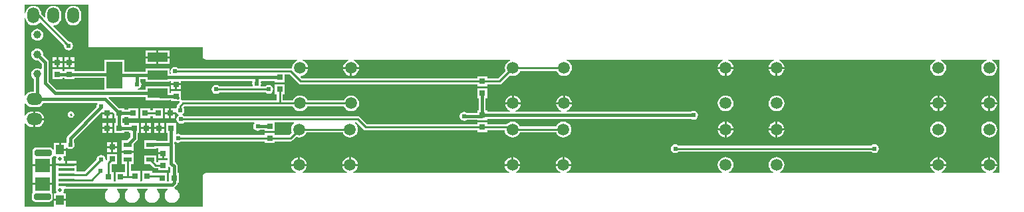
<source format=gbl>
G04*
G04 #@! TF.GenerationSoftware,Altium Limited,Altium Designer,18.1.9 (240)*
G04*
G04 Layer_Physical_Order=2*
G04 Layer_Color=16711680*
%FSLAX24Y24*%
%MOIN*%
G70*
G01*
G75*
%ADD10C,0.0100*%
%ADD15R,0.0300X0.0300*%
%ADD16R,0.0300X0.0300*%
%ADD28C,0.0150*%
%ADD29O,0.0591X0.0787*%
%ADD30C,0.0591*%
G04:AMPARAMS|DCode=31|XSize=84.6mil|YSize=31.5mil|CornerRadius=7.9mil|HoleSize=0mil|Usage=FLASHONLY|Rotation=0.000|XOffset=0mil|YOffset=0mil|HoleType=Round|Shape=RoundedRectangle|*
%AMROUNDEDRECTD31*
21,1,0.0846,0.0157,0,0,0.0*
21,1,0.0689,0.0315,0,0,0.0*
1,1,0.0157,0.0344,-0.0079*
1,1,0.0157,-0.0344,-0.0079*
1,1,0.0157,-0.0344,0.0079*
1,1,0.0157,0.0344,0.0079*
%
%ADD31ROUNDEDRECTD31*%
%ADD32C,0.0197*%
%ADD33O,0.0787X0.0591*%
%ADD34C,0.0394*%
%ADD35C,0.0240*%
%ADD36R,0.0394X0.0472*%
%ADD37R,0.0827X0.0157*%
%ADD38R,0.0748X0.0709*%
%ADD39R,0.0413X0.0236*%
%ADD40R,0.0984X0.0472*%
%ADD41R,0.0787X0.1378*%
G36*
X20550Y31600D02*
X26297D01*
Y31150D01*
X26309Y31091D01*
X26342Y31042D01*
X26391Y31009D01*
X26450Y30997D01*
X31034D01*
X31044Y30947D01*
X30971Y30917D01*
X30889Y30854D01*
X30825Y30771D01*
X30785Y30675D01*
X30774Y30592D01*
X30737Y30556D01*
X30724Y30551D01*
X30712Y30553D01*
X25062D01*
X25059Y30559D01*
X24986Y30607D01*
X24900Y30624D01*
X24814Y30607D01*
X24741Y30559D01*
X24693Y30486D01*
X24676Y30400D01*
X24690Y30328D01*
X24666Y30287D01*
X24616Y30291D01*
Y30542D01*
X23432D01*
Y30384D01*
X22352D01*
Y30995D01*
X21365D01*
Y30428D01*
X19850D01*
Y30500D01*
X19350D01*
Y30428D01*
X19250D01*
Y30500D01*
X18750D01*
Y30000D01*
X19250D01*
Y30072D01*
X19350D01*
Y30000D01*
X19850D01*
Y30072D01*
X21365D01*
Y29478D01*
X18974D01*
X18578Y29874D01*
Y30850D01*
X18565Y30918D01*
X18526Y30976D01*
X18526Y30976D01*
X18294Y31208D01*
X18299Y31250D01*
X18289Y31327D01*
X18259Y31400D01*
X18212Y31462D01*
X18150Y31509D01*
X18077Y31539D01*
X18000Y31549D01*
X17923Y31539D01*
X17850Y31509D01*
X17788Y31462D01*
X17741Y31400D01*
X17711Y31327D01*
X17701Y31250D01*
X17711Y31173D01*
X17741Y31100D01*
X17788Y31038D01*
X17850Y30991D01*
X17923Y30961D01*
X18000Y30951D01*
X18042Y30956D01*
X18222Y30776D01*
Y30533D01*
X18172Y30508D01*
X18150Y30525D01*
X18077Y30555D01*
X18000Y30565D01*
X17923Y30555D01*
X17850Y30525D01*
X17788Y30477D01*
X17741Y30415D01*
X17711Y30343D01*
X17701Y30266D01*
X17711Y30188D01*
X17741Y30116D01*
X17788Y30054D01*
X17822Y30028D01*
Y29399D01*
X17752D01*
X17648Y29385D01*
X17552Y29345D01*
X17470Y29282D01*
X17406Y29199D01*
X17403Y29191D01*
X17353Y29201D01*
Y33086D01*
X17403Y33089D01*
X17415Y32998D01*
X17455Y32902D01*
X17518Y32820D01*
X17601Y32756D01*
X17697Y32716D01*
X17800Y32703D01*
X17903Y32716D01*
X17999Y32756D01*
X18082Y32820D01*
X18116Y32864D01*
X18166Y32868D01*
X19347Y31687D01*
X19346Y31680D01*
X19363Y31594D01*
X19411Y31521D01*
X19484Y31473D01*
X19570Y31456D01*
X19656Y31473D01*
X19729Y31521D01*
X19777Y31594D01*
X19794Y31680D01*
X19777Y31766D01*
X19729Y31839D01*
X19656Y31887D01*
X19570Y31904D01*
X19563Y31903D01*
X18812Y32654D01*
X18830Y32707D01*
X18903Y32716D01*
X18999Y32756D01*
X19082Y32820D01*
X19145Y32902D01*
X19185Y32998D01*
X19199Y33102D01*
Y33298D01*
X19185Y33402D01*
X19145Y33498D01*
X19082Y33580D01*
X18999Y33644D01*
X18903Y33684D01*
X18800Y33697D01*
X18697Y33684D01*
X18601Y33644D01*
X18518Y33580D01*
X18455Y33498D01*
X18415Y33402D01*
X18401Y33298D01*
Y33136D01*
X18351Y33115D01*
X18199Y33268D01*
Y33298D01*
X18185Y33402D01*
X18145Y33498D01*
X18082Y33580D01*
X17999Y33644D01*
X17903Y33684D01*
X17800Y33697D01*
X17697Y33684D01*
X17601Y33644D01*
X17518Y33580D01*
X17455Y33498D01*
X17415Y33402D01*
X17403Y33311D01*
X17353Y33314D01*
Y33747D01*
X20550D01*
Y31600D01*
D02*
G37*
G36*
X41714Y30947D02*
X41642Y30917D01*
X41559Y30854D01*
X41496Y30771D01*
X41456Y30675D01*
X41442Y30572D01*
X41456Y30468D01*
X41475Y30422D01*
X41106Y30053D01*
X40550D01*
Y30150D01*
X40050D01*
Y30053D01*
X31276D01*
X31202Y30127D01*
X31220Y30179D01*
X31274Y30187D01*
X31370Y30226D01*
X31452Y30290D01*
X31516Y30372D01*
X31556Y30468D01*
X31563Y30522D01*
X31170D01*
Y30622D01*
X31563D01*
X31556Y30675D01*
X31516Y30771D01*
X31452Y30854D01*
X31370Y30917D01*
X31297Y30947D01*
X31307Y30997D01*
X33593D01*
X33603Y30947D01*
X33530Y30917D01*
X33448Y30854D01*
X33384Y30771D01*
X33344Y30675D01*
X33337Y30622D01*
X33730D01*
X34122D01*
X34115Y30675D01*
X34075Y30771D01*
X34011Y30854D01*
X33929Y30917D01*
X33856Y30947D01*
X33866Y30997D01*
X41704D01*
X41714Y30947D01*
D02*
G37*
G36*
X66247Y25303D02*
X65895D01*
X65885Y25353D01*
X65923Y25369D01*
X66006Y25432D01*
X66069Y25515D01*
X66109Y25611D01*
X66116Y25664D01*
X65332D01*
X65339Y25611D01*
X65379Y25515D01*
X65442Y25432D01*
X65525Y25369D01*
X65563Y25353D01*
X65553Y25303D01*
X63336D01*
X63326Y25353D01*
X63364Y25369D01*
X63447Y25432D01*
X63510Y25515D01*
X63550Y25611D01*
X63557Y25664D01*
X62773D01*
X62780Y25611D01*
X62820Y25515D01*
X62883Y25432D01*
X62966Y25369D01*
X63004Y25353D01*
X62994Y25303D01*
X55230D01*
X55220Y25353D01*
X55258Y25369D01*
X55341Y25432D01*
X55404Y25515D01*
X55444Y25611D01*
X55458Y25714D01*
X55444Y25817D01*
X55404Y25914D01*
X55341Y25996D01*
X55258Y26059D01*
X55162Y26099D01*
X55059Y26113D01*
X54956Y26099D01*
X54860Y26059D01*
X54777Y25996D01*
X54714Y25914D01*
X54674Y25817D01*
X54660Y25714D01*
X54674Y25611D01*
X54714Y25515D01*
X54777Y25432D01*
X54860Y25369D01*
X54898Y25353D01*
X54888Y25303D01*
X52671D01*
X52661Y25353D01*
X52699Y25369D01*
X52782Y25432D01*
X52845Y25515D01*
X52885Y25611D01*
X52899Y25714D01*
X52885Y25817D01*
X52845Y25914D01*
X52782Y25996D01*
X52699Y26059D01*
X52603Y26099D01*
X52500Y26113D01*
X52397Y26099D01*
X52301Y26059D01*
X52218Y25996D01*
X52155Y25914D01*
X52115Y25817D01*
X52101Y25714D01*
X52115Y25611D01*
X52155Y25515D01*
X52218Y25432D01*
X52301Y25369D01*
X52339Y25353D01*
X52329Y25303D01*
X44550D01*
X44540Y25353D01*
X44579Y25369D01*
X44661Y25432D01*
X44725Y25515D01*
X44765Y25611D01*
X44772Y25664D01*
X43987D01*
X43994Y25611D01*
X44034Y25515D01*
X44098Y25432D01*
X44180Y25369D01*
X44219Y25353D01*
X44209Y25303D01*
X41991D01*
X41981Y25353D01*
X42020Y25369D01*
X42102Y25432D01*
X42166Y25515D01*
X42206Y25611D01*
X42213Y25664D01*
X41428D01*
X41435Y25611D01*
X41475Y25515D01*
X41539Y25432D01*
X41621Y25369D01*
X41660Y25353D01*
X41650Y25303D01*
X33850D01*
X33840Y25353D01*
X33879Y25369D01*
X33961Y25432D01*
X34025Y25515D01*
X34065Y25611D01*
X34072Y25664D01*
X33287D01*
X33294Y25611D01*
X33334Y25515D01*
X33398Y25432D01*
X33480Y25369D01*
X33519Y25353D01*
X33509Y25303D01*
X31291D01*
X31281Y25353D01*
X31320Y25369D01*
X31402Y25432D01*
X31466Y25515D01*
X31506Y25611D01*
X31513Y25664D01*
X30728D01*
X30735Y25611D01*
X30775Y25515D01*
X30839Y25432D01*
X30921Y25369D01*
X30960Y25353D01*
X30950Y25303D01*
X26450D01*
X26391Y25291D01*
X26342Y25258D01*
X26309Y25209D01*
X26297Y25150D01*
Y23603D01*
X19474D01*
X19433Y23624D01*
Y23910D01*
X18839D01*
Y23624D01*
X18798Y23603D01*
X17353D01*
Y27799D01*
X17403Y27809D01*
X17406Y27801D01*
X17470Y27718D01*
X17552Y27655D01*
X17648Y27615D01*
X17752Y27601D01*
X17800D01*
Y28000D01*
Y28399D01*
X17752D01*
X17648Y28385D01*
X17552Y28345D01*
X17470Y28282D01*
X17406Y28199D01*
X17403Y28191D01*
X17353Y28201D01*
Y28799D01*
X17403Y28809D01*
X17406Y28801D01*
X17470Y28718D01*
X17552Y28655D01*
X17648Y28615D01*
X17752Y28601D01*
X17948D01*
X18052Y28615D01*
X18148Y28655D01*
X18230Y28718D01*
X18294Y28801D01*
X18302Y28822D01*
X20990D01*
X21017Y28772D01*
X20993Y28736D01*
X20976Y28650D01*
X20979Y28632D01*
X19524Y27176D01*
X19485Y27118D01*
X19472Y27050D01*
Y26853D01*
X19469Y26849D01*
X19433Y26816D01*
X19186D01*
Y26530D01*
X19433D01*
Y26563D01*
X19483Y26578D01*
X19491Y26565D01*
X19564Y26517D01*
X19650Y26500D01*
X19736Y26517D01*
X19809Y26565D01*
X19857Y26638D01*
X19874Y26724D01*
X19857Y26810D01*
X19828Y26853D01*
Y26976D01*
X21204Y28351D01*
X21207Y28350D01*
X21793D01*
X21796Y28351D01*
X21850Y28298D01*
Y28050D01*
X21922D01*
Y27800D01*
X21850D01*
Y27300D01*
X22350D01*
Y27372D01*
X22600D01*
Y27300D01*
X22672D01*
Y27109D01*
X22505Y26942D01*
X22232D01*
Y26506D01*
Y26400D01*
X22539D01*
X22846D01*
Y26506D01*
Y26778D01*
X22976Y26909D01*
X22976Y26909D01*
X23015Y26967D01*
X23028Y27035D01*
X23028Y27035D01*
Y27300D01*
X23100D01*
Y27800D01*
X22600D01*
Y27728D01*
X22350D01*
Y27800D01*
X22278D01*
Y28050D01*
X22350D01*
Y28122D01*
X22550D01*
Y28050D01*
X23050D01*
Y28550D01*
X22550D01*
Y28478D01*
X22350D01*
Y28550D01*
X22102D01*
X21577Y29075D01*
X21596Y29122D01*
X23432D01*
Y28964D01*
X24616D01*
Y28972D01*
X24700D01*
Y28900D01*
X25005D01*
X25026Y28896D01*
X25047Y28900D01*
X25118D01*
X25138Y28854D01*
X25042Y28758D01*
X25009Y28709D01*
X24997Y28650D01*
Y28612D01*
X24991Y28609D01*
X24950Y28547D01*
X24900Y28550D01*
X24897Y28550D01*
X24700D01*
Y28350D01*
X24935D01*
X24950Y28353D01*
X24991Y28291D01*
X25064Y28243D01*
X25074Y28241D01*
X25085Y28188D01*
X25041Y28159D01*
X24993Y28086D01*
X24976Y28000D01*
X24993Y27914D01*
X25041Y27841D01*
X25114Y27793D01*
X25200Y27776D01*
X25286Y27793D01*
X25359Y27841D01*
X25362Y27847D01*
X28866D01*
X28884Y27797D01*
X28843Y27736D01*
X28826Y27650D01*
X28843Y27564D01*
X28891Y27491D01*
X28964Y27443D01*
X29050Y27426D01*
X29136Y27443D01*
X29179Y27472D01*
X29400D01*
Y27400D01*
X29900D01*
Y27847D01*
X30860D01*
X30877Y27797D01*
X30839Y27768D01*
X30775Y27685D01*
X30735Y27589D01*
X30722Y27486D01*
X30735Y27383D01*
X30755Y27336D01*
X30621Y27203D01*
X29900D01*
Y27300D01*
X29400D01*
Y27203D01*
X25212D01*
X25209Y27209D01*
X25136Y27257D01*
X25050Y27274D01*
X24971Y27259D01*
X24950Y27303D01*
Y27800D01*
X24450D01*
Y27300D01*
X24522D01*
Y26928D01*
X23968D01*
Y26942D01*
X23354D01*
Y26506D01*
X23968D01*
Y26552D01*
X24007Y26564D01*
X24050Y26534D01*
Y26346D01*
X24300D01*
Y26296D01*
X24350D01*
Y26046D01*
X24527D01*
Y25946D01*
X24050D01*
Y25865D01*
X24000Y25858D01*
X23968Y25888D01*
Y26194D01*
X23354D01*
Y25758D01*
X23663D01*
X23832Y25588D01*
X23882Y25555D01*
X23941Y25544D01*
X24050D01*
Y25446D01*
X24550D01*
Y25627D01*
X24600Y25648D01*
X24672Y25576D01*
Y25300D01*
X24600D01*
Y24887D01*
X24500D01*
Y25300D01*
X24165D01*
X24150Y25303D01*
X23750D01*
Y25400D01*
X23250D01*
Y24900D01*
X23205Y24887D01*
X23195D01*
X23150Y24900D01*
Y25400D01*
X22692D01*
Y25758D01*
X22846D01*
Y26132D01*
Y26300D01*
X22539D01*
X22232D01*
Y26132D01*
Y25758D01*
X22386D01*
Y25350D01*
X21920D01*
Y24887D01*
X21820D01*
Y25350D01*
X21723D01*
Y25750D01*
X22000D01*
Y26250D01*
X21500D01*
Y25966D01*
X21497Y25964D01*
X21429Y25965D01*
X21422Y25972D01*
X21424Y25982D01*
X21407Y26067D01*
X21359Y26140D01*
X21286Y26189D01*
X21200Y26206D01*
X21114Y26189D01*
X21041Y26140D01*
X20993Y26067D01*
X20976Y25982D01*
X20977Y25975D01*
X20375Y25373D01*
X19974D01*
Y25553D01*
Y25682D01*
X18947D01*
Y25553D01*
Y25297D01*
Y25041D01*
Y24786D01*
Y24530D01*
X18947Y24530D01*
X18943Y24481D01*
X18934Y24433D01*
X18949Y24355D01*
X18959Y24341D01*
X18935Y24297D01*
X18839D01*
Y24010D01*
X19433D01*
Y24297D01*
X19336D01*
X19313Y24341D01*
X19323Y24355D01*
X19338Y24433D01*
X19329Y24480D01*
X19365Y24530D01*
X19974D01*
Y24530D01*
X21536D01*
X21553Y24480D01*
X21499Y24438D01*
X21440Y24362D01*
X21403Y24273D01*
X21391Y24177D01*
X21403Y24081D01*
X21440Y23992D01*
X21499Y23916D01*
X21575Y23857D01*
X21664Y23820D01*
X21760Y23808D01*
X21856Y23820D01*
X21945Y23857D01*
X22021Y23916D01*
X22080Y23992D01*
X22117Y24081D01*
X22129Y24177D01*
X22117Y24273D01*
X22080Y24362D01*
X22021Y24438D01*
X21967Y24480D01*
X21984Y24530D01*
X22536D01*
X22553Y24480D01*
X22499Y24438D01*
X22440Y24362D01*
X22403Y24273D01*
X22391Y24177D01*
X22403Y24081D01*
X22440Y23992D01*
X22499Y23916D01*
X22575Y23857D01*
X22664Y23820D01*
X22760Y23808D01*
X22856Y23820D01*
X22945Y23857D01*
X23021Y23916D01*
X23080Y23992D01*
X23117Y24081D01*
X23129Y24177D01*
X23117Y24273D01*
X23080Y24362D01*
X23021Y24438D01*
X22967Y24480D01*
X22984Y24530D01*
X23536D01*
X23553Y24480D01*
X23499Y24438D01*
X23440Y24362D01*
X23403Y24273D01*
X23391Y24177D01*
X23403Y24081D01*
X23440Y23992D01*
X23499Y23916D01*
X23575Y23857D01*
X23664Y23820D01*
X23760Y23808D01*
X23856Y23820D01*
X23945Y23857D01*
X24021Y23916D01*
X24080Y23992D01*
X24117Y24081D01*
X24129Y24177D01*
X24117Y24273D01*
X24080Y24362D01*
X24021Y24438D01*
X23967Y24480D01*
X23984Y24530D01*
X24536D01*
X24553Y24480D01*
X24499Y24438D01*
X24440Y24362D01*
X24403Y24273D01*
X24391Y24177D01*
X24403Y24081D01*
X24440Y23992D01*
X24499Y23916D01*
X24575Y23857D01*
X24664Y23820D01*
X24760Y23808D01*
X24856Y23820D01*
X24945Y23857D01*
X25021Y23916D01*
X25080Y23992D01*
X25117Y24081D01*
X25129Y24177D01*
X25117Y24273D01*
X25080Y24362D01*
X25021Y24438D01*
X24945Y24497D01*
X24884Y24522D01*
X24879Y24578D01*
X24885Y24582D01*
X24976Y24674D01*
X25015Y24732D01*
X25028Y24800D01*
X25100D01*
Y25300D01*
X25028D01*
Y25650D01*
X25028Y25650D01*
X25015Y25718D01*
X24976Y25776D01*
X24883Y25869D01*
Y26745D01*
X24878Y26770D01*
Y26840D01*
X24928Y26867D01*
X24964Y26843D01*
X25050Y26826D01*
X25136Y26843D01*
X25209Y26891D01*
X25212Y26897D01*
X29400D01*
Y26800D01*
X29900D01*
Y26897D01*
X30685D01*
X30743Y26909D01*
X30793Y26942D01*
X30971Y27120D01*
X31017Y27101D01*
X31120Y27087D01*
X31224Y27101D01*
X31320Y27141D01*
X31402Y27204D01*
X31466Y27286D01*
X31485Y27333D01*
X33315D01*
X33334Y27286D01*
X33398Y27204D01*
X33480Y27141D01*
X33576Y27101D01*
X33680Y27087D01*
X33783Y27101D01*
X33879Y27141D01*
X33961Y27204D01*
X34025Y27286D01*
X34065Y27383D01*
X34078Y27486D01*
X34065Y27589D01*
X34025Y27685D01*
X33961Y27768D01*
X33923Y27797D01*
X33940Y27847D01*
X33987D01*
X34342Y27492D01*
X34391Y27459D01*
X34450Y27447D01*
X40050D01*
Y27350D01*
X40550D01*
Y27447D01*
X41427D01*
X41435Y27383D01*
X41475Y27286D01*
X41539Y27204D01*
X41621Y27141D01*
X41717Y27101D01*
X41820Y27087D01*
X41924Y27101D01*
X42020Y27141D01*
X42102Y27204D01*
X42166Y27286D01*
X42185Y27333D01*
X44015D01*
X44034Y27286D01*
X44098Y27204D01*
X44180Y27141D01*
X44276Y27101D01*
X44380Y27087D01*
X44483Y27101D01*
X44579Y27141D01*
X44661Y27204D01*
X44725Y27286D01*
X44765Y27383D01*
X44778Y27486D01*
X44765Y27589D01*
X44725Y27685D01*
X44661Y27768D01*
X44579Y27831D01*
X44483Y27871D01*
X44380Y27885D01*
X44276Y27871D01*
X44180Y27831D01*
X44098Y27768D01*
X44034Y27685D01*
X44015Y27639D01*
X42185D01*
X42166Y27685D01*
X42102Y27768D01*
X42020Y27831D01*
X41924Y27871D01*
X41820Y27885D01*
X41717Y27871D01*
X41621Y27831D01*
X41539Y27768D01*
X41527Y27753D01*
X40550D01*
Y27850D01*
X40050D01*
Y27753D01*
X34513D01*
X34158Y28108D01*
X34109Y28141D01*
X34050Y28153D01*
X25362D01*
X25359Y28159D01*
X25286Y28207D01*
X25276Y28209D01*
X25265Y28262D01*
X25309Y28291D01*
X25357Y28364D01*
X25374Y28450D01*
X25357Y28536D01*
X25315Y28599D01*
X25363Y28647D01*
X30806D01*
X30825Y28601D01*
X30889Y28518D01*
X30971Y28455D01*
X31067Y28415D01*
X31170Y28401D01*
X31274Y28415D01*
X31370Y28455D01*
X31452Y28518D01*
X31516Y28601D01*
X31535Y28647D01*
X33365D01*
X33384Y28601D01*
X33448Y28518D01*
X33530Y28455D01*
X33626Y28415D01*
X33730Y28401D01*
X33833Y28415D01*
X33929Y28455D01*
X34011Y28518D01*
X34075Y28601D01*
X34115Y28697D01*
X34128Y28800D01*
X34115Y28903D01*
X34075Y28999D01*
X34011Y29082D01*
X33929Y29145D01*
X33833Y29185D01*
X33730Y29199D01*
X33626Y29185D01*
X33530Y29145D01*
X33448Y29082D01*
X33384Y28999D01*
X33365Y28953D01*
X31535D01*
X31516Y28999D01*
X31452Y29082D01*
X31370Y29145D01*
X31274Y29185D01*
X31170Y29199D01*
X31067Y29185D01*
X30971Y29145D01*
X30889Y29082D01*
X30825Y28999D01*
X30806Y28953D01*
X30303D01*
Y29250D01*
X30400D01*
Y29750D01*
X29900D01*
Y29250D01*
X29997D01*
Y28953D01*
X25300D01*
X25250Y28943D01*
X25200Y28969D01*
Y29053D01*
X25204Y29074D01*
X25200Y29095D01*
Y29400D01*
X24700D01*
Y29328D01*
X24616D01*
Y29636D01*
X23432D01*
Y29478D01*
X23019D01*
X23014Y29528D01*
X23086Y29543D01*
X23159Y29591D01*
X23207Y29664D01*
X23224Y29750D01*
X23207Y29836D01*
X23178Y29879D01*
Y30027D01*
X23432D01*
Y29869D01*
X24616D01*
Y29922D01*
X24700D01*
Y29800D01*
X24950D01*
X25200D01*
Y29922D01*
X28767D01*
X28794Y29872D01*
X28793Y29870D01*
X28776Y29784D01*
X28792Y29703D01*
X28790Y29690D01*
X28770Y29653D01*
X27129D01*
X27125Y29659D01*
X27052Y29707D01*
X26966Y29724D01*
X26880Y29707D01*
X26808Y29659D01*
X26759Y29586D01*
X26742Y29500D01*
X26759Y29414D01*
X26808Y29341D01*
X26880Y29293D01*
X26966Y29276D01*
X27052Y29293D01*
X27125Y29341D01*
X27129Y29347D01*
X29438D01*
X29441Y29341D01*
X29514Y29293D01*
X29600Y29276D01*
X29686Y29293D01*
X29759Y29341D01*
X29807Y29414D01*
X29824Y29500D01*
X29807Y29586D01*
X29759Y29659D01*
X29686Y29707D01*
X29600Y29724D01*
X29514Y29707D01*
X29441Y29659D01*
X29438Y29653D01*
X29230D01*
X29210Y29690D01*
X29208Y29703D01*
X29224Y29784D01*
X29207Y29870D01*
X29206Y29872D01*
X29233Y29922D01*
X29900D01*
Y29850D01*
X30400D01*
Y30247D01*
X30649D01*
X31104Y29792D01*
X31154Y29759D01*
X31212Y29747D01*
X40050D01*
Y29650D01*
X40550D01*
Y29747D01*
X41169D01*
X41228Y29759D01*
X41277Y29792D01*
X41691Y30206D01*
X41738Y30187D01*
X41841Y30173D01*
X41944Y30187D01*
X42040Y30226D01*
X42123Y30290D01*
X42186Y30372D01*
X42205Y30419D01*
X44036D01*
X44055Y30372D01*
X44118Y30290D01*
X44201Y30226D01*
X44297Y30187D01*
X44400Y30173D01*
X44503Y30187D01*
X44599Y30226D01*
X44682Y30290D01*
X44745Y30372D01*
X44785Y30468D01*
X44799Y30572D01*
X44785Y30675D01*
X44745Y30771D01*
X44682Y30854D01*
X44599Y30917D01*
X44527Y30947D01*
X44537Y30997D01*
X52363D01*
X52373Y30947D01*
X52301Y30917D01*
X52218Y30854D01*
X52155Y30771D01*
X52115Y30675D01*
X52108Y30622D01*
X52500D01*
Y30572D01*
D01*
Y30622D01*
X52892D01*
X52885Y30675D01*
X52845Y30771D01*
X52782Y30854D01*
X52699Y30917D01*
X52627Y30947D01*
X52637Y30997D01*
X54923D01*
X54932Y30947D01*
X54860Y30917D01*
X54777Y30854D01*
X54714Y30771D01*
X54674Y30675D01*
X54667Y30622D01*
X55059D01*
Y30572D01*
D01*
Y30622D01*
X55451D01*
X55444Y30675D01*
X55404Y30771D01*
X55341Y30854D01*
X55258Y30917D01*
X55186Y30947D01*
X55196Y30997D01*
X63028D01*
X63038Y30947D01*
X62966Y30917D01*
X62883Y30854D01*
X62820Y30771D01*
X62780Y30675D01*
X62766Y30572D01*
X62780Y30468D01*
X62820Y30372D01*
X62883Y30290D01*
X62966Y30226D01*
X63062Y30187D01*
X63165Y30173D01*
X63268Y30187D01*
X63364Y30226D01*
X63447Y30290D01*
X63510Y30372D01*
X63550Y30468D01*
X63564Y30572D01*
X63550Y30675D01*
X63510Y30771D01*
X63447Y30854D01*
X63364Y30917D01*
X63292Y30947D01*
X63302Y30997D01*
X65588D01*
X65597Y30947D01*
X65525Y30917D01*
X65442Y30854D01*
X65379Y30771D01*
X65339Y30675D01*
X65325Y30572D01*
X65339Y30468D01*
X65379Y30372D01*
X65442Y30290D01*
X65525Y30226D01*
X65621Y30187D01*
X65724Y30173D01*
X65827Y30187D01*
X65923Y30226D01*
X66006Y30290D01*
X66069Y30372D01*
X66109Y30468D01*
X66123Y30572D01*
X66109Y30675D01*
X66069Y30771D01*
X66006Y30854D01*
X65923Y30917D01*
X65851Y30947D01*
X65861Y30997D01*
X66247D01*
Y25303D01*
D02*
G37*
%LPC*%
G36*
X19800Y33697D02*
X19697Y33684D01*
X19601Y33644D01*
X19518Y33580D01*
X19455Y33498D01*
X19415Y33402D01*
X19401Y33298D01*
Y33102D01*
X19415Y32998D01*
X19455Y32902D01*
X19518Y32820D01*
X19601Y32756D01*
X19697Y32716D01*
X19800Y32703D01*
X19903Y32716D01*
X19999Y32756D01*
X20082Y32820D01*
X20145Y32902D01*
X20185Y32998D01*
X20199Y33102D01*
Y33298D01*
X20185Y33402D01*
X20145Y33498D01*
X20082Y33580D01*
X19999Y33644D01*
X19903Y33684D01*
X19800Y33697D01*
D02*
G37*
G36*
X18000Y32534D02*
X17923Y32523D01*
X17850Y32494D01*
X17788Y32446D01*
X17741Y32384D01*
X17711Y32312D01*
X17701Y32234D01*
X17711Y32157D01*
X17741Y32085D01*
X17788Y32023D01*
X17850Y31975D01*
X17923Y31945D01*
X18000Y31935D01*
X18077Y31945D01*
X18150Y31975D01*
X18212Y32023D01*
X18259Y32085D01*
X18289Y32157D01*
X18299Y32234D01*
X18289Y32312D01*
X18259Y32384D01*
X18212Y32446D01*
X18150Y32494D01*
X18077Y32523D01*
X18000Y32534D01*
D02*
G37*
G36*
X24616Y31447D02*
X24074D01*
Y31161D01*
X24616D01*
Y31447D01*
D02*
G37*
G36*
X23974D02*
X23432D01*
Y31161D01*
X23974D01*
Y31447D01*
D02*
G37*
G36*
X19250Y31100D02*
X19050D01*
Y30900D01*
X19250D01*
Y31100D01*
D02*
G37*
G36*
X19850D02*
X19650D01*
Y30900D01*
X19850D01*
Y31100D01*
D02*
G37*
G36*
X19550D02*
X19350D01*
Y30900D01*
X19550D01*
Y31100D01*
D02*
G37*
G36*
X18950D02*
X18750D01*
Y30900D01*
X18950D01*
Y31100D01*
D02*
G37*
G36*
X24616Y31061D02*
X24074D01*
Y30775D01*
X24616D01*
Y31061D01*
D02*
G37*
G36*
X23974D02*
X23432D01*
Y30775D01*
X23974D01*
Y31061D01*
D02*
G37*
G36*
X19850Y30800D02*
X19650D01*
Y30600D01*
X19850D01*
Y30800D01*
D02*
G37*
G36*
X19550D02*
X19350D01*
Y30600D01*
X19550D01*
Y30800D01*
D02*
G37*
G36*
X19250D02*
X19050D01*
Y30600D01*
X19250D01*
Y30800D01*
D02*
G37*
G36*
X18950D02*
X18750D01*
Y30600D01*
X18950D01*
Y30800D01*
D02*
G37*
G36*
X34122Y30522D02*
X33779D01*
Y30180D01*
X33833Y30187D01*
X33929Y30226D01*
X34011Y30290D01*
X34075Y30372D01*
X34115Y30468D01*
X34122Y30522D01*
D02*
G37*
G36*
X33679D02*
X33337D01*
X33344Y30468D01*
X33384Y30372D01*
X33448Y30290D01*
X33530Y30226D01*
X33626Y30187D01*
X33679Y30180D01*
Y30522D01*
D02*
G37*
G36*
X55451Y30522D02*
X55109D01*
Y30180D01*
X55162Y30187D01*
X55258Y30226D01*
X55341Y30290D01*
X55404Y30372D01*
X55444Y30468D01*
X55451Y30522D01*
D02*
G37*
G36*
X52892D02*
X52550D01*
Y30180D01*
X52603Y30187D01*
X52699Y30226D01*
X52782Y30290D01*
X52845Y30372D01*
X52885Y30468D01*
X52892Y30522D01*
D02*
G37*
G36*
X55009D02*
X54667D01*
X54674Y30468D01*
X54714Y30372D01*
X54777Y30290D01*
X54860Y30226D01*
X54956Y30187D01*
X55009Y30180D01*
Y30522D01*
D02*
G37*
G36*
X52450D02*
X52108D01*
X52115Y30468D01*
X52155Y30372D01*
X52218Y30290D01*
X52301Y30226D01*
X52397Y30187D01*
X52450Y30180D01*
Y30522D01*
D02*
G37*
G36*
X25200Y29700D02*
X25000D01*
Y29500D01*
X25200D01*
Y29700D01*
D02*
G37*
G36*
X24900D02*
X24700D01*
Y29500D01*
X24900D01*
Y29700D01*
D02*
G37*
G36*
X65774Y29192D02*
Y28850D01*
X66116D01*
X66109Y28903D01*
X66069Y28999D01*
X66006Y29082D01*
X65923Y29145D01*
X65827Y29185D01*
X65774Y29192D01*
D02*
G37*
G36*
X65674D02*
X65621Y29185D01*
X65525Y29145D01*
X65442Y29082D01*
X65379Y28999D01*
X65339Y28903D01*
X65332Y28850D01*
X65674D01*
Y29192D01*
D02*
G37*
G36*
X63215D02*
Y28850D01*
X63557D01*
X63550Y28903D01*
X63510Y28999D01*
X63447Y29082D01*
X63364Y29145D01*
X63268Y29185D01*
X63215Y29192D01*
D02*
G37*
G36*
X63115D02*
X63062Y29185D01*
X62966Y29145D01*
X62883Y29082D01*
X62820Y28999D01*
X62780Y28903D01*
X62773Y28850D01*
X63115D01*
Y29192D01*
D02*
G37*
G36*
X44450Y29192D02*
Y28850D01*
X44792D01*
X44785Y28903D01*
X44745Y28999D01*
X44682Y29082D01*
X44599Y29145D01*
X44503Y29185D01*
X44450Y29192D01*
D02*
G37*
G36*
X44350D02*
X44297Y29185D01*
X44201Y29145D01*
X44118Y29082D01*
X44055Y28999D01*
X44015Y28903D01*
X44008Y28850D01*
X44350D01*
Y29192D01*
D02*
G37*
G36*
X41891D02*
Y28850D01*
X42233D01*
X42226Y28903D01*
X42186Y28999D01*
X42123Y29082D01*
X42040Y29145D01*
X41944Y29185D01*
X41891Y29192D01*
D02*
G37*
G36*
X41791D02*
X41738Y29185D01*
X41642Y29145D01*
X41559Y29082D01*
X41496Y28999D01*
X41456Y28903D01*
X41449Y28850D01*
X41791D01*
Y29192D01*
D02*
G37*
G36*
X24300Y28550D02*
X23800D01*
Y28453D01*
X23650D01*
Y28550D01*
X23150D01*
Y28050D01*
X23650D01*
Y28147D01*
X23800D01*
Y28050D01*
X24300D01*
Y28550D01*
D02*
G37*
G36*
X66116Y28750D02*
X65774D01*
Y28408D01*
X65827Y28415D01*
X65923Y28455D01*
X66006Y28518D01*
X66069Y28601D01*
X66109Y28697D01*
X66116Y28750D01*
D02*
G37*
G36*
X65674D02*
X65332D01*
X65339Y28697D01*
X65379Y28601D01*
X65442Y28518D01*
X65525Y28455D01*
X65621Y28415D01*
X65674Y28408D01*
Y28750D01*
D02*
G37*
G36*
X63557D02*
X63215D01*
Y28408D01*
X63268Y28415D01*
X63364Y28455D01*
X63447Y28518D01*
X63510Y28601D01*
X63550Y28697D01*
X63557Y28750D01*
D02*
G37*
G36*
X63115D02*
X62773D01*
X62780Y28697D01*
X62820Y28601D01*
X62883Y28518D01*
X62966Y28455D01*
X63062Y28415D01*
X63115Y28408D01*
Y28750D01*
D02*
G37*
G36*
X55059Y29199D02*
X54956Y29185D01*
X54860Y29145D01*
X54777Y29082D01*
X54714Y28999D01*
X54674Y28903D01*
X54660Y28800D01*
X54674Y28697D01*
X54714Y28601D01*
X54777Y28518D01*
X54860Y28455D01*
X54956Y28415D01*
X55059Y28401D01*
X55162Y28415D01*
X55258Y28455D01*
X55341Y28518D01*
X55404Y28601D01*
X55444Y28697D01*
X55458Y28800D01*
X55444Y28903D01*
X55404Y28999D01*
X55341Y29082D01*
X55258Y29145D01*
X55162Y29185D01*
X55059Y29199D01*
D02*
G37*
G36*
X52500D02*
X52397Y29185D01*
X52301Y29145D01*
X52218Y29082D01*
X52155Y28999D01*
X52115Y28903D01*
X52101Y28800D01*
X52115Y28697D01*
X52155Y28601D01*
X52218Y28518D01*
X52301Y28455D01*
X52397Y28415D01*
X52500Y28401D01*
X52603Y28415D01*
X52699Y28455D01*
X52782Y28518D01*
X52845Y28601D01*
X52885Y28697D01*
X52899Y28800D01*
X52885Y28903D01*
X52845Y28999D01*
X52782Y29082D01*
X52699Y29145D01*
X52603Y29185D01*
X52500Y29199D01*
D02*
G37*
G36*
X24600Y28550D02*
X24400D01*
Y28350D01*
X24600D01*
Y28550D01*
D02*
G37*
G36*
X40550Y29550D02*
X40050D01*
Y29050D01*
X40122D01*
Y28450D01*
X40050D01*
Y28328D01*
X39529D01*
X39486Y28357D01*
X39400Y28374D01*
X39314Y28357D01*
X39241Y28309D01*
X39193Y28236D01*
X39176Y28150D01*
X39193Y28064D01*
X39241Y27991D01*
X39314Y27943D01*
X39400Y27926D01*
X39486Y27943D01*
X39529Y27972D01*
X40050D01*
Y27950D01*
X40550D01*
Y28022D01*
X50771D01*
X50814Y27993D01*
X50900Y27976D01*
X50986Y27993D01*
X51059Y28041D01*
X51107Y28114D01*
X51124Y28200D01*
X51107Y28286D01*
X51059Y28359D01*
X50986Y28407D01*
X50900Y28424D01*
X50814Y28407D01*
X50771Y28378D01*
X44546D01*
X44536Y28428D01*
X44599Y28455D01*
X44682Y28518D01*
X44745Y28601D01*
X44785Y28697D01*
X44792Y28750D01*
X44008D01*
X44015Y28697D01*
X44055Y28601D01*
X44118Y28518D01*
X44201Y28455D01*
X44264Y28428D01*
X44254Y28378D01*
X41987D01*
X41977Y28428D01*
X42040Y28455D01*
X42123Y28518D01*
X42186Y28601D01*
X42226Y28697D01*
X42233Y28750D01*
X41449D01*
X41456Y28697D01*
X41496Y28601D01*
X41559Y28518D01*
X41642Y28455D01*
X41705Y28428D01*
X41695Y28378D01*
X40550D01*
Y28450D01*
X40478D01*
Y29050D01*
X40550D01*
Y29550D01*
D02*
G37*
G36*
X19675Y28403D02*
X19616Y28391D01*
X19567Y28358D01*
X19534Y28309D01*
X19522Y28250D01*
X19534Y28191D01*
X19567Y28142D01*
X19592Y28117D01*
X19641Y28084D01*
X19700Y28072D01*
X19759Y28084D01*
X19808Y28117D01*
X19841Y28166D01*
X19853Y28225D01*
X19841Y28284D01*
X19808Y28333D01*
X19783Y28358D01*
X19734Y28391D01*
X19675Y28403D01*
D02*
G37*
G36*
X17948Y28399D02*
X17900D01*
Y28050D01*
X18341D01*
X18334Y28103D01*
X18294Y28199D01*
X18230Y28282D01*
X18148Y28345D01*
X18052Y28385D01*
X17948Y28399D01*
D02*
G37*
G36*
X24900Y28250D02*
X24700D01*
Y28050D01*
X24900D01*
Y28250D01*
D02*
G37*
G36*
X24600D02*
X24400D01*
Y28050D01*
X24600D01*
Y28250D01*
D02*
G37*
G36*
X21750D02*
X21550D01*
Y28050D01*
X21750D01*
Y28250D01*
D02*
G37*
G36*
X21450D02*
X21250D01*
Y28050D01*
X21450D01*
Y28250D01*
D02*
G37*
G36*
X18341Y27950D02*
X17900D01*
Y27601D01*
X17948D01*
X18052Y27615D01*
X18148Y27655D01*
X18230Y27718D01*
X18294Y27801D01*
X18334Y27897D01*
X18341Y27950D01*
D02*
G37*
G36*
X24350Y27800D02*
X24150D01*
Y27600D01*
X24350D01*
Y27800D01*
D02*
G37*
G36*
X21750D02*
X21550D01*
Y27600D01*
X21750D01*
Y27800D01*
D02*
G37*
G36*
X23700D02*
X23500D01*
Y27600D01*
X23700D01*
Y27800D01*
D02*
G37*
G36*
X23400D02*
X23200D01*
Y27600D01*
X23400D01*
Y27800D01*
D02*
G37*
G36*
X24050D02*
X23850D01*
Y27600D01*
X24050D01*
Y27800D01*
D02*
G37*
G36*
X21450D02*
X21250D01*
Y27600D01*
X21450D01*
Y27800D01*
D02*
G37*
G36*
X55109Y27878D02*
Y27536D01*
X55451D01*
X55444Y27589D01*
X55404Y27685D01*
X55341Y27768D01*
X55258Y27831D01*
X55162Y27871D01*
X55109Y27878D01*
D02*
G37*
G36*
X52550D02*
Y27536D01*
X52892D01*
X52885Y27589D01*
X52845Y27685D01*
X52782Y27768D01*
X52699Y27831D01*
X52603Y27871D01*
X52550Y27878D01*
D02*
G37*
G36*
X55009D02*
X54956Y27871D01*
X54860Y27831D01*
X54777Y27768D01*
X54714Y27685D01*
X54674Y27589D01*
X54667Y27536D01*
X55009D01*
Y27878D01*
D02*
G37*
G36*
X52450D02*
X52397Y27871D01*
X52301Y27831D01*
X52218Y27768D01*
X52155Y27685D01*
X52115Y27589D01*
X52108Y27536D01*
X52450D01*
Y27878D01*
D02*
G37*
G36*
X24350Y27500D02*
X24150D01*
Y27300D01*
X24350D01*
Y27500D01*
D02*
G37*
G36*
X24050D02*
X23850D01*
Y27300D01*
X24050D01*
Y27500D01*
D02*
G37*
G36*
X23700D02*
X23500D01*
Y27300D01*
X23700D01*
Y27500D01*
D02*
G37*
G36*
X23400D02*
X23200D01*
Y27300D01*
X23400D01*
Y27500D01*
D02*
G37*
G36*
X21750D02*
X21550D01*
Y27300D01*
X21750D01*
Y27500D01*
D02*
G37*
G36*
X21450D02*
X21250D01*
Y27300D01*
X21450D01*
Y27500D01*
D02*
G37*
G36*
X55451Y27436D02*
X55109D01*
Y27094D01*
X55162Y27101D01*
X55258Y27141D01*
X55341Y27204D01*
X55404Y27286D01*
X55444Y27383D01*
X55451Y27436D01*
D02*
G37*
G36*
X52892D02*
X52550D01*
Y27094D01*
X52603Y27101D01*
X52699Y27141D01*
X52782Y27204D01*
X52845Y27286D01*
X52885Y27383D01*
X52892Y27436D01*
D02*
G37*
G36*
X55009D02*
X54667D01*
X54674Y27383D01*
X54714Y27286D01*
X54777Y27204D01*
X54860Y27141D01*
X54956Y27101D01*
X55009Y27094D01*
Y27436D01*
D02*
G37*
G36*
X52450D02*
X52108D01*
X52115Y27383D01*
X52155Y27286D01*
X52218Y27204D01*
X52301Y27141D01*
X52397Y27101D01*
X52450Y27094D01*
Y27436D01*
D02*
G37*
G36*
X65724Y27885D02*
X65621Y27871D01*
X65525Y27831D01*
X65442Y27768D01*
X65379Y27685D01*
X65339Y27589D01*
X65325Y27486D01*
X65339Y27383D01*
X65379Y27287D01*
X65442Y27204D01*
X65525Y27141D01*
X65621Y27101D01*
X65724Y27087D01*
X65827Y27101D01*
X65923Y27141D01*
X66006Y27204D01*
X66069Y27287D01*
X66109Y27383D01*
X66123Y27486D01*
X66109Y27589D01*
X66069Y27685D01*
X66006Y27768D01*
X65923Y27831D01*
X65827Y27871D01*
X65724Y27885D01*
D02*
G37*
G36*
X63165D02*
X63062Y27871D01*
X62966Y27831D01*
X62883Y27768D01*
X62820Y27685D01*
X62780Y27589D01*
X62766Y27486D01*
X62780Y27383D01*
X62820Y27287D01*
X62883Y27204D01*
X62966Y27141D01*
X63062Y27101D01*
X63165Y27087D01*
X63268Y27101D01*
X63364Y27141D01*
X63447Y27204D01*
X63510Y27287D01*
X63550Y27383D01*
X63564Y27486D01*
X63550Y27589D01*
X63510Y27685D01*
X63447Y27768D01*
X63364Y27831D01*
X63268Y27871D01*
X63165Y27885D01*
D02*
G37*
G36*
X59969Y26755D02*
X59883Y26738D01*
X59810Y26690D01*
X59806Y26684D01*
X50143D01*
X50140Y26690D01*
X50067Y26738D01*
X49981Y26755D01*
X49895Y26738D01*
X49822Y26690D01*
X49774Y26617D01*
X49757Y26531D01*
X49774Y26445D01*
X49822Y26372D01*
X49895Y26324D01*
X49981Y26307D01*
X50067Y26324D01*
X50140Y26372D01*
X50143Y26378D01*
X59806D01*
X59810Y26372D01*
X59883Y26324D01*
X59969Y26307D01*
X60055Y26324D01*
X60128Y26372D01*
X60176Y26445D01*
X60193Y26531D01*
X60176Y26617D01*
X60128Y26690D01*
X60055Y26738D01*
X59969Y26755D01*
D02*
G37*
G36*
X22000Y26850D02*
X21800D01*
Y26650D01*
X22000D01*
Y26850D01*
D02*
G37*
G36*
X21700D02*
X21500D01*
Y26650D01*
X21700D01*
Y26850D01*
D02*
G37*
G36*
X19086Y26816D02*
X18839D01*
Y26506D01*
X18789Y26491D01*
X18763Y26530D01*
X18704Y26570D01*
X18634Y26583D01*
X17945D01*
X17875Y26570D01*
X17816Y26530D01*
X17777Y26471D01*
X17763Y26401D01*
Y26244D01*
X17773Y26193D01*
X17776Y26144D01*
X17776Y26144D01*
X17776Y26144D01*
Y25740D01*
X18724D01*
Y26089D01*
X18763Y26115D01*
X18789Y26154D01*
X18839Y26144D01*
X18842Y26144D01*
X18935D01*
X18959Y26100D01*
X18949Y26085D01*
X18934Y26008D01*
X18943Y25959D01*
X18947Y25911D01*
X18947Y25911D01*
X18947Y25911D01*
Y25782D01*
X19411D01*
Y25911D01*
X19365D01*
X19329Y25961D01*
X19338Y26008D01*
X19323Y26085D01*
X19313Y26100D01*
X19336Y26144D01*
X19433D01*
Y26430D01*
X19136D01*
Y26480D01*
X19086D01*
Y26816D01*
D02*
G37*
G36*
X22000Y26550D02*
X21800D01*
Y26350D01*
X22000D01*
Y26550D01*
D02*
G37*
G36*
X21700D02*
X21500D01*
Y26350D01*
X21700D01*
Y26550D01*
D02*
G37*
G36*
X24250Y26246D02*
X24050D01*
Y26046D01*
X24250D01*
Y26246D01*
D02*
G37*
G36*
X19974Y25911D02*
X19511D01*
Y25782D01*
X19974D01*
Y25911D01*
D02*
G37*
G36*
X65774Y26106D02*
Y25764D01*
X66116D01*
X66109Y25817D01*
X66069Y25914D01*
X66006Y25996D01*
X65923Y26059D01*
X65827Y26099D01*
X65774Y26106D01*
D02*
G37*
G36*
X65674D02*
X65621Y26099D01*
X65525Y26059D01*
X65442Y25996D01*
X65379Y25914D01*
X65339Y25817D01*
X65332Y25764D01*
X65674D01*
Y26106D01*
D02*
G37*
G36*
X63215D02*
Y25764D01*
X63557D01*
X63550Y25817D01*
X63510Y25914D01*
X63447Y25996D01*
X63364Y26059D01*
X63268Y26099D01*
X63215Y26106D01*
D02*
G37*
G36*
X63115D02*
X63062Y26099D01*
X62966Y26059D01*
X62883Y25996D01*
X62820Y25914D01*
X62780Y25817D01*
X62773Y25764D01*
X63115D01*
Y26106D01*
D02*
G37*
G36*
X44430Y26106D02*
Y25764D01*
X44772D01*
X44765Y25817D01*
X44725Y25914D01*
X44661Y25996D01*
X44579Y26059D01*
X44483Y26099D01*
X44430Y26106D01*
D02*
G37*
G36*
X44330D02*
X44276Y26099D01*
X44180Y26059D01*
X44098Y25996D01*
X44034Y25914D01*
X43994Y25817D01*
X43987Y25764D01*
X44330D01*
Y26106D01*
D02*
G37*
G36*
X41870D02*
Y25764D01*
X42213D01*
X42206Y25817D01*
X42166Y25914D01*
X42102Y25996D01*
X42020Y26059D01*
X41924Y26099D01*
X41870Y26106D01*
D02*
G37*
G36*
X41770D02*
X41717Y26099D01*
X41621Y26059D01*
X41539Y25996D01*
X41475Y25914D01*
X41435Y25817D01*
X41428Y25764D01*
X41770D01*
Y26106D01*
D02*
G37*
G36*
X33730D02*
Y25764D01*
X34072D01*
X34065Y25817D01*
X34025Y25914D01*
X33961Y25996D01*
X33879Y26059D01*
X33783Y26099D01*
X33730Y26106D01*
D02*
G37*
G36*
X33630D02*
X33576Y26099D01*
X33480Y26059D01*
X33398Y25996D01*
X33334Y25914D01*
X33294Y25817D01*
X33287Y25764D01*
X33630D01*
Y26106D01*
D02*
G37*
G36*
X31170D02*
Y25764D01*
X31513D01*
X31506Y25817D01*
X31466Y25914D01*
X31402Y25996D01*
X31320Y26059D01*
X31224Y26099D01*
X31170Y26106D01*
D02*
G37*
G36*
X31070D02*
X31017Y26099D01*
X30921Y26059D01*
X30839Y25996D01*
X30775Y25914D01*
X30735Y25817D01*
X30728Y25764D01*
X31070D01*
Y26106D01*
D02*
G37*
G36*
X18724Y25640D02*
X17776D01*
Y25254D01*
X17776Y25204D01*
X17776Y25186D01*
Y24800D01*
X18724D01*
Y25186D01*
X18724Y25236D01*
X18724Y25254D01*
Y25640D01*
D02*
G37*
G36*
Y24700D02*
X17776D01*
Y24324D01*
X17737Y24266D01*
X17723Y24197D01*
Y24039D01*
X17737Y23969D01*
X17777Y23910D01*
X17836Y23871D01*
X17906Y23857D01*
X18594D01*
X18664Y23871D01*
X18723Y23910D01*
X18763Y23969D01*
X18777Y24039D01*
Y24197D01*
X18763Y24266D01*
X18724Y24324D01*
Y24700D01*
D02*
G37*
%LPD*%
D10*
X19461Y25220D02*
X20439D01*
X19675Y28250D02*
X19700Y28225D01*
X20439Y25220D02*
X21200Y25982D01*
X19461Y24964D02*
X20714D01*
X18050Y33200D02*
X19570Y31680D01*
X17800Y33200D02*
X18050D01*
X21570Y25820D02*
X21750Y26000D01*
X21570Y25100D02*
Y25820D01*
X20714Y24964D02*
X21150Y25400D01*
X24150Y25150D02*
X24250Y25050D01*
X23500Y25150D02*
X24150D01*
X22550Y25100D02*
X22850D01*
X22170D02*
X22550D01*
X22539Y25111D02*
X22550Y25100D01*
X22539Y25111D02*
Y25976D01*
X22850Y25100D02*
X22900Y25150D01*
X26966Y29500D02*
X29600D01*
X49981Y26531D02*
X59969D01*
X25050Y27050D02*
X29650D01*
X34050Y28000D02*
X34450Y27600D01*
X25200Y28000D02*
X34050D01*
X34450Y27600D02*
X40300D01*
X24900Y30400D02*
X30712D01*
X31212Y29900D02*
X40300D01*
X30712Y30400D02*
X31212Y29900D01*
X25150Y28450D02*
Y28650D01*
X25300Y28800D01*
X30150D02*
X31170D01*
X25300D02*
X30150D01*
Y29500D01*
X23941Y25696D02*
X24300D01*
X23661Y25976D02*
X23941Y25696D01*
X31170Y28800D02*
X33730D01*
X31120Y27486D02*
X33680D01*
X41820D02*
X44380D01*
X41706Y27600D02*
X41820Y27486D01*
X40300Y27600D02*
X41706D01*
X41841Y30572D02*
X44400D01*
X41169Y29900D02*
X41841Y30572D01*
X40300Y29900D02*
X41169D01*
X30685Y27050D02*
X31120Y27486D01*
X29650Y27050D02*
X30685D01*
X23400Y28300D02*
X24050D01*
D15*
X22800D02*
D03*
X23400D02*
D03*
X22100D02*
D03*
X21500D02*
D03*
X24050D02*
D03*
X24650D02*
D03*
X23450Y27550D02*
D03*
X22850D02*
D03*
X23500Y25150D02*
D03*
X22900D02*
D03*
X21570Y25100D02*
D03*
X22170D02*
D03*
X21500Y27550D02*
D03*
X22100D02*
D03*
X24700D02*
D03*
X24100D02*
D03*
X24850Y25050D02*
D03*
X24250D02*
D03*
D16*
X24950Y29150D02*
D03*
Y29750D02*
D03*
X19000Y30250D02*
D03*
Y30850D02*
D03*
X30150Y30100D02*
D03*
Y29500D02*
D03*
X40300Y29300D02*
D03*
Y29900D02*
D03*
Y28200D02*
D03*
Y27600D02*
D03*
X29650Y27650D02*
D03*
Y27050D02*
D03*
X19600Y30250D02*
D03*
Y30850D02*
D03*
X24300Y25696D02*
D03*
Y26296D02*
D03*
X21750Y26000D02*
D03*
Y26600D02*
D03*
D28*
X19650Y26724D02*
Y27050D01*
X21175Y28575D02*
Y28675D01*
X19650Y27050D02*
X21175Y28575D01*
X19461Y24708D02*
X24758D01*
X18000Y31250D02*
X18400Y30850D01*
Y29800D02*
Y30850D01*
Y29800D02*
X18900Y29300D01*
X18000Y31250D02*
Y31300D01*
X18900Y29300D02*
X24024D01*
X21814Y30250D02*
X21859Y30206D01*
X19600Y30250D02*
X21814D01*
X19000D02*
X19600D01*
X17850Y29000D02*
X18000Y29150D01*
Y30266D01*
X21400Y29000D02*
X22100Y28300D01*
X17850Y29000D02*
X21400D01*
X24705Y25795D02*
Y26745D01*
X24700Y26750D02*
X24705Y26745D01*
X24700Y26750D02*
Y27550D01*
X23687Y26750D02*
X24700D01*
X23661Y26724D02*
X23687Y26750D01*
X24705Y25795D02*
X24850Y25650D01*
Y24800D02*
Y25050D01*
X24758Y24708D02*
X24850Y24800D01*
Y25050D02*
Y25650D01*
X23000Y29750D02*
Y30206D01*
X21859D02*
X23000D01*
X24024D01*
X40300Y28200D02*
X50900D01*
X40300D02*
Y29300D01*
X40250Y28150D02*
X40300Y28200D01*
X39400Y28150D02*
X40250D01*
X29000Y30100D02*
X30150D01*
X24130D02*
X29000D01*
Y29784D02*
Y30100D01*
X29050Y27650D02*
X29650D01*
X24024Y30206D02*
X24130Y30100D01*
X24024Y29300D02*
X24174Y29150D01*
X24950D01*
X25026Y29074D01*
X22100Y28300D02*
X22800D01*
X22100Y27550D02*
Y28300D01*
Y27550D02*
X22850D01*
X22539Y26724D02*
X22850Y27035D01*
Y27550D01*
D29*
X17800Y33200D02*
D03*
X18800D02*
D03*
X19800D02*
D03*
D30*
X31170Y30572D02*
D03*
X33730D02*
D03*
X31170Y28800D02*
D03*
X33730D02*
D03*
X44400Y28800D02*
D03*
X41841D02*
D03*
X44400Y30572D02*
D03*
X41841D02*
D03*
X52500D02*
D03*
X55059D02*
D03*
X52500Y28800D02*
D03*
X55059D02*
D03*
X65724Y28800D02*
D03*
X63165D02*
D03*
X65724Y30572D02*
D03*
X63165D02*
D03*
X52500Y27486D02*
D03*
X55059D02*
D03*
X52500Y25714D02*
D03*
X55059D02*
D03*
X33680D02*
D03*
X31120D02*
D03*
X33680Y27486D02*
D03*
X31120D02*
D03*
X41820D02*
D03*
X44380D02*
D03*
X41820Y25714D02*
D03*
X44380D02*
D03*
X63165Y27486D02*
D03*
X65724D02*
D03*
X63165Y25714D02*
D03*
X65724D02*
D03*
D31*
X18289Y26323D02*
D03*
X18250Y24118D02*
D03*
D32*
X19136Y24433D02*
D03*
Y26008D02*
D03*
D33*
X17850Y29000D02*
D03*
Y28000D02*
D03*
D34*
X18000Y30266D02*
D03*
Y31250D02*
D03*
Y32234D02*
D03*
D35*
X17650Y25250D02*
D03*
X19900Y28675D02*
D03*
X21200Y29800D02*
D03*
X28350Y25550D02*
D03*
X60150Y27600D02*
D03*
X20250Y32300D02*
D03*
X36700Y25690D02*
D03*
X29250Y26250D02*
D03*
X27850D02*
D03*
X28250Y27486D02*
D03*
X19750Y29700D02*
D03*
X19650Y26724D02*
D03*
X21200Y25982D02*
D03*
X19500Y32200D02*
D03*
X19570Y31680D02*
D03*
X19850Y24050D02*
D03*
X21150Y25400D02*
D03*
X58100Y29500D02*
D03*
X62150Y25800D02*
D03*
X62100Y27712D02*
D03*
X62300Y28750D02*
D03*
X56550Y30665D02*
D03*
X59550Y29150D02*
D03*
X56700Y29300D02*
D03*
X60000Y25700D02*
D03*
X56450Y25750D02*
D03*
X58700Y27350D02*
D03*
X56400Y27400D02*
D03*
X49000Y25714D02*
D03*
X46050Y25800D02*
D03*
X49550Y30500D02*
D03*
X46350Y30665D02*
D03*
X48350Y28850D02*
D03*
X46050Y28893D02*
D03*
X49400Y27550D02*
D03*
X48150Y27250D02*
D03*
X46000Y27450D02*
D03*
X40100Y25550D02*
D03*
X38300Y25750D02*
D03*
X35100Y25650D02*
D03*
X39500Y30450D02*
D03*
X37150Y30500D02*
D03*
X35450Y30700D02*
D03*
X39200Y28800D02*
D03*
X37950Y28950D02*
D03*
X36450Y28800D02*
D03*
X35300Y29000D02*
D03*
X39700Y26900D02*
D03*
X37250Y27150D02*
D03*
X38150Y27000D02*
D03*
X35450Y27100D02*
D03*
X29900Y25500D02*
D03*
X27000Y25550D02*
D03*
X28700Y30769D02*
D03*
X27000Y30800D02*
D03*
X24450Y28750D02*
D03*
X23350Y28850D02*
D03*
X22700D02*
D03*
X21200Y26650D02*
D03*
X25156Y25600D02*
D03*
Y26159D02*
D03*
X25000Y26600D02*
D03*
X25215Y24550D02*
D03*
X24300Y24350D02*
D03*
X23250Y24250D02*
D03*
X22300Y23950D02*
D03*
X17600Y24350D02*
D03*
Y25800D02*
D03*
X18600Y27050D02*
D03*
X17900Y27100D02*
D03*
X18700Y28600D02*
D03*
X18400Y31850D02*
D03*
X20050Y30800D02*
D03*
X19100Y31700D02*
D03*
X26900Y27500D02*
D03*
X27150Y28300D02*
D03*
X26966Y29500D02*
D03*
X29600D02*
D03*
X59969Y26531D02*
D03*
X49981D02*
D03*
X25050Y27050D02*
D03*
X25200Y28000D02*
D03*
X24900Y30400D02*
D03*
X25150Y28450D02*
D03*
X21200Y28650D02*
D03*
X23000Y29750D02*
D03*
X50900Y28200D02*
D03*
X39400Y28150D02*
D03*
X29000Y29784D02*
D03*
X29050Y27650D02*
D03*
D36*
X19136Y26480D02*
D03*
Y23960D02*
D03*
D37*
X19461Y24708D02*
D03*
Y25732D02*
D03*
Y25476D02*
D03*
Y24964D02*
D03*
Y25220D02*
D03*
D38*
X18250Y25690D02*
D03*
Y24750D02*
D03*
D39*
X22539Y25976D02*
D03*
Y26350D02*
D03*
Y26724D02*
D03*
X23661D02*
D03*
Y25976D02*
D03*
D40*
X24024Y30206D02*
D03*
Y29300D02*
D03*
Y31111D02*
D03*
D41*
X21859Y30206D02*
D03*
M02*

</source>
